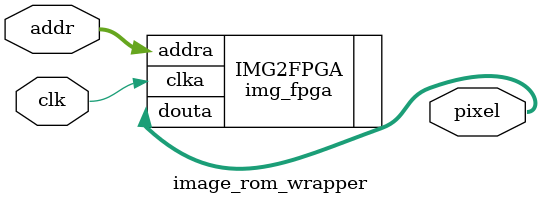
<source format=v>
module image_rom_wrapper (
    input wire clk,
    input wire [14:0] addr,  // 19200 locations → 15-bit address
    output wire [7:0] pixel
);

    img_fpga IMG2FPGA (
        .clka(clk),
        .addra(addr),
        .douta(pixel)
    );

endmodule

</source>
